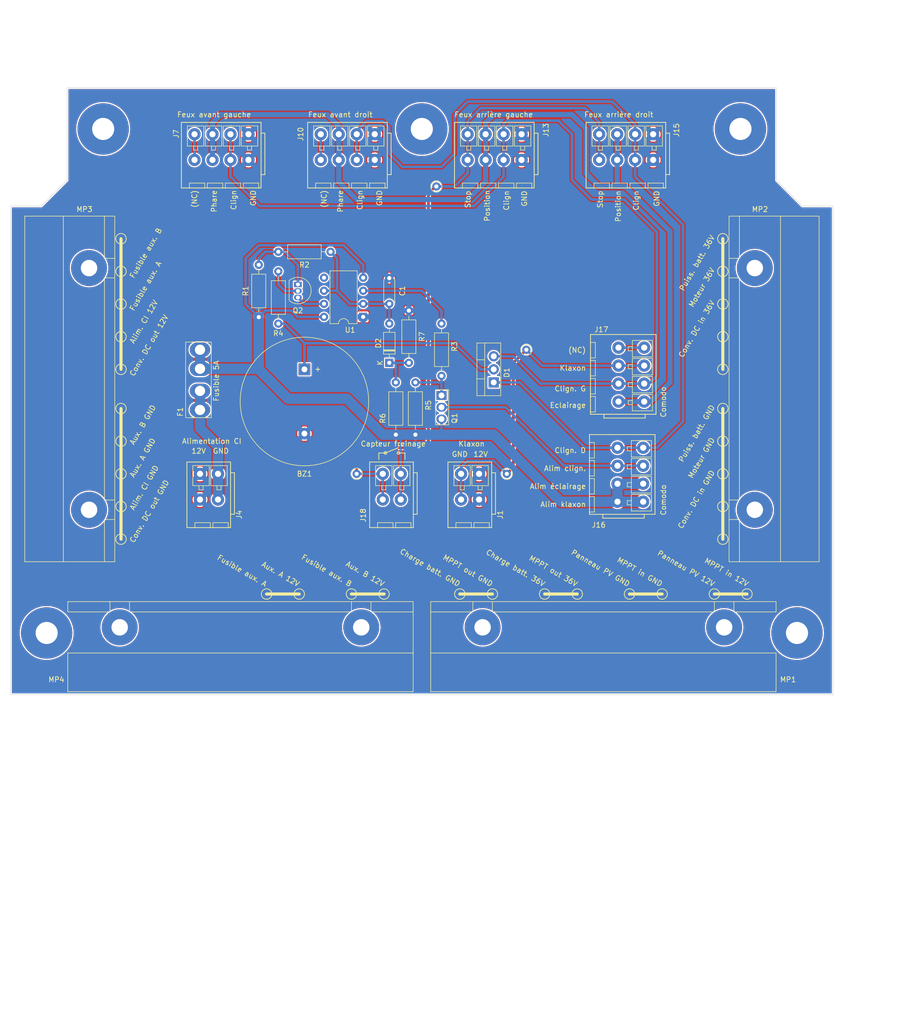
<source format=kicad_pcb>
(kicad_pcb (version 20211014) (generator pcbnew)

  (general
    (thickness 1.6)
  )

  (paper "A4")
  (layers
    (0 "F.Cu" signal)
    (31 "B.Cu" signal)
    (32 "B.Adhes" user "B.Adhesive")
    (33 "F.Adhes" user "F.Adhesive")
    (34 "B.Paste" user)
    (35 "F.Paste" user)
    (36 "B.SilkS" user "B.Silkscreen")
    (37 "F.SilkS" user "F.Silkscreen")
    (38 "B.Mask" user)
    (39 "F.Mask" user)
    (40 "Dwgs.User" user "User.Drawings")
    (41 "Cmts.User" user "User.Comments")
    (42 "Eco1.User" user "User.Eco1")
    (43 "Eco2.User" user "User.Eco2")
    (44 "Edge.Cuts" user)
    (45 "Margin" user)
    (46 "B.CrtYd" user "B.Courtyard")
    (47 "F.CrtYd" user "F.Courtyard")
    (48 "B.Fab" user)
    (49 "F.Fab" user)
    (50 "User.1" user)
    (51 "User.2" user)
    (52 "User.3" user)
    (53 "User.4" user)
    (54 "User.5" user)
    (55 "User.6" user)
    (56 "User.7" user)
    (57 "User.8" user)
    (58 "User.9" user)
  )

  (setup
    (stackup
      (layer "F.SilkS" (type "Top Silk Screen"))
      (layer "F.Paste" (type "Top Solder Paste"))
      (layer "F.Mask" (type "Top Solder Mask") (thickness 0.01))
      (layer "F.Cu" (type "copper") (thickness 0.035))
      (layer "dielectric 1" (type "core") (thickness 1.51) (material "FR4") (epsilon_r 4.5) (loss_tangent 0.02))
      (layer "B.Cu" (type "copper") (thickness 0.035))
      (layer "B.Mask" (type "Bottom Solder Mask") (thickness 0.01))
      (layer "B.Paste" (type "Bottom Solder Paste"))
      (layer "B.SilkS" (type "Bottom Silk Screen"))
      (copper_finish "None")
      (dielectric_constraints no)
    )
    (pad_to_mask_clearance 0)
    (pcbplotparams
      (layerselection 0x00010e0_ffffffff)
      (disableapertmacros false)
      (usegerberextensions false)
      (usegerberattributes true)
      (usegerberadvancedattributes true)
      (creategerberjobfile true)
      (svguseinch false)
      (svgprecision 6)
      (excludeedgelayer true)
      (plotframeref false)
      (viasonmask false)
      (mode 1)
      (useauxorigin false)
      (hpglpennumber 1)
      (hpglpenspeed 20)
      (hpglpendiameter 15.000000)
      (dxfpolygonmode true)
      (dxfimperialunits true)
      (dxfusepcbnewfont true)
      (psnegative false)
      (psa4output false)
      (plotreference true)
      (plotvalue true)
      (plotinvisibletext false)
      (sketchpadsonfab false)
      (subtractmaskfromsilk false)
      (outputformat 1)
      (mirror false)
      (drillshape 0)
      (scaleselection 1)
      (outputdirectory "")
    )
  )

  (net 0 "")
  (net 1 "GND")
  (net 2 "Net-(F1-Pad2)")
  (net 3 "Net-(D1-Pad1)")
  (net 4 "unconnected-(J7-Pad4)")
  (net 5 "unconnected-(J10-Pad4)")
  (net 6 "/Phares")
  (net 7 "Net-(J13-Pad4)")
  (net 8 "Net-(J1-Pad2)")
  (net 9 "/Flasher/Out")
  (net 10 "unconnected-(J17-Pad4)")
  (net 11 "/12V_5A")
  (net 12 "Net-(Q1-Pad1)")
  (net 13 "Net-(C1-Pad1)")
  (net 14 "Net-(D1-Pad3)")
  (net 15 "Net-(Q2-Pad1)")
  (net 16 "unconnected-(U1-Pad5)")
  (net 17 "Net-(Q2-Pad2)")
  (net 18 "/Flasher/Enable")
  (net 19 "Net-(Q2-Pad3)")
  (net 20 "Net-(R3-Pad1)")
  (net 21 "Net-(D2-Pad1)")

  (footprint "circuit:Wago_221-500_SplicingConnectorHolder" (layer "F.Cu") (at 95.25 82.55 90))

  (footprint "circuit:MountingHole_5mm" (layer "F.Cu") (at 87 130))

  (footprint "circuit:Buzzer_25x16_12.5" (layer "F.Cu") (at 137.16 78.74 -90))

  (footprint "circuit:Wago_221-500_SplicingConnectorHolder" (layer "F.Cu") (at 124.714 128.905 180))

  (footprint "circuit:Multicomp_MCCQ-122" (layer "F.Cu") (at 116.84 74.93 -90))

  (footprint "circuit:TerminalBlock_Wago_2601-3102_1x02_P3.50mm_Vertical" (layer "F.Cu") (at 120.340003 104.06 180))

  (footprint "Resistor_THT:R_Axial_DIN0207_L6.3mm_D2.5mm_P10.16mm_Horizontal" (layer "F.Cu") (at 163.83 69.85 -90))

  (footprint "circuit:MountingHole_5mm" (layer "F.Cu") (at 98 32))

  (footprint "circuit:TerminalBlock_Wago_2601-3104_1x04_P3.50mm_Vertical" (layer "F.Cu") (at 179.410004 38.02 180))

  (footprint "Package_DIP:DIP-8_W7.62mm" (layer "F.Cu") (at 148.59 68.54 180))

  (footprint "circuit:Strap_D2.0mm_Drill1.0mm" (layer "F.Cu") (at 176.53 99.06))

  (footprint "circuit:TerminalBlock_Wago_2601-3104_1x04_P3.50mm_Vertical" (layer "F.Cu") (at 205.010004 38.02 180))

  (footprint "circuit:MountingHole_5mm" (layer "F.Cu") (at 222 32))

  (footprint "circuit:TO-220-3_Vertical" (layer "F.Cu") (at 173.99 81.28 90))

  (footprint "Package_TO_SOT_THT:TO-92L_Inline" (layer "F.Cu") (at 135.89 62.23 -90))

  (footprint "circuit:TerminalBlock_Wago_2601-3104_1x04_P3.50mm_Vertical" (layer "F.Cu") (at 126.270004 38.02 180))

  (footprint "Resistor_THT:R_Axial_DIN0207_L6.3mm_D2.5mm_P10.16mm_Horizontal" (layer "F.Cu") (at 157.48 77.47 90))

  (footprint "circuit:TerminalBlock_Wago_2601-3104_1x04_P3.50mm_Vertical" (layer "F.Cu") (at 198.07 104.480004 90))

  (footprint "Resistor_THT:R_Axial_DIN0207_L6.3mm_D2.5mm_P10.16mm_Horizontal" (layer "F.Cu") (at 158.75 91.44 90))

  (footprint "circuit:Wago_221-500_SplicingConnectorHolder" (layer "F.Cu") (at 224.79 82.55 -90))

  (footprint "Resistor_THT:R_Axial_DIN0207_L6.3mm_D2.5mm_P10.16mm_Horizontal" (layer "F.Cu") (at 132.08 59.69 -90))

  (footprint "circuit:MountingHole_5mm" (layer "F.Cu") (at 160 32))

  (footprint "Resistor_THT:R_Axial_DIN0207_L6.3mm_D2.5mm_P10.16mm_Horizontal" (layer "F.Cu") (at 154.94 91.44 90))

  (footprint "circuit:Strap_D2.0mm_Drill1.0mm" (layer "F.Cu") (at 147.32 99.06))

  (footprint "Resistor_THT:R_Axial_DIN0207_L6.3mm_D2.5mm_P10.16mm_Horizontal" (layer "F.Cu") (at 128.27 68.58 90))

  (footprint "Resistor_THT:R_Axial_DIN0207_L6.3mm_D2.5mm_P10.16mm_Horizontal" (layer "F.Cu") (at 132.08 55.88))

  (footprint "circuit:Strap_D2.0mm_Drill1.0mm" (layer "F.Cu") (at 180.34 74.93))

  (footprint "Capacitor_THT:C_Disc_D4.3mm_W1.9mm_P5.00mm" (layer "F.Cu") (at 153.67 66 90))

  (footprint "circuit:Strap_D2.0mm_Drill1.0mm" (layer "F.Cu") (at 162.83 43.18))

  (footprint "circuit:TerminalBlock_Wago_2601-3102_1x02_P3.50mm_Vertical" (layer "F.Cu") (at 171.140003 104.06 180))

  (footprint "circuit:Wago_221-500_SplicingConnectorHolder" (layer "F.Cu") (at 195.326 128.905 180))

  (footprint "circuit:TerminalBlock_Wago_2601-3102_1x02_P3.50mm_Vertical" (layer "F.Cu") (at 155.900003 104.06 180))

  (footprint "circuit:TerminalBlock_Wago_2601-3104_1x04_P3.50mm_Vertical" (layer "F.Cu") (at 198.2698 85.014998 90))

  (footprint "circuit:TO-251-3_Vertical" (layer "F.Cu") (at 163.83 83.82 -90))

  (footprint "circuit:MountingHole_5mm" (layer "F.Cu") (at 233 130))

  (footprint "circuit:TerminalBlock_Wago_2601-3104_1x04_P3.50mm_Vertical" (layer "F.Cu") (at 150.835004 38.02 180))

  (footprint "Diode_THT:D_DO-35_SOD27_P7.62mm_Horizontal" (layer "F.Cu") (at 153.67 77.47 90))

  (gr_circle (center 218.567 53.34) (end 218.567 54.356) (layer "F.SilkS") (width 0.15) (fill none) (tstamp 00cc452e-ba96-4e88-af55-18733b4ebc37))
  (gr_line (start 152.908 94.996) (end 155.448 93.98) (layer "F.SilkS") (width 0.15) (tstamp 037ebb6b-c1e3-482d-a0fb-4947fbe14174))
  (gr_circle (center 223.266 122.428) (end 224.282 122.428) (layer "F.SilkS") (width 0.15) (fill none) (tstamp 055fcf87-c6aa-4d3a-b430-5d09e34b74e5))
  (gr_circle (center 101.473 92.71) (end 101.473 93.726) (layer "F.SilkS") (width 0.15) (fill none) (tstamp 0b32eb5e-cf7d-4f91-a80b-b69cb363145f))
  (gr_circle (center 101.473 66.04) (end 101.473 67.056) (layer "F.SilkS") (width 0.15) (fill none) (tstamp 0d55e7a3-dc43-43c6-9a9a-2009d8d31a46))
  (gr_circle (center 218.567 111.76) (end 218.567 112.776) (layer "F.SilkS") (width 0.15) (fill none) (tstamp 0e0ef8f7-8f11-42c6-a45f-df3b4592f844))
  (gr_circle (center 101.473 86.36) (end 101.473 87.376) (layer "F.SilkS") (width 0.15) (fill none) (tstamp 1c60a30a-615f-448b-a49b-d8cc700366e8))
  (gr_circle (center 218.567 66.04) (end 218.567 67.056) (layer "F.SilkS") (width 0.15) (fill none) (tstamp 1eb217a3-880e-4df2-9811-286c14ac7f74))
  (gr_circle (center 101.473 59.69) (end 101.473 60.706) (layer "F.SilkS") (width 0.15) (fill none) (tstamp 21c33e54-0519-410a-b68d-8ed076ea3b1e))
  (gr_circle (center 218.567 105.41) (end 218.567 106.426) (layer "F.SilkS") (width 0.15) (fill none) (tstamp 22f715ec-100a-4c8e-ab3e-fe94307aa39f))
  (gr_line (start 151.638 94.996) (end 152.908 94.996) (layer "F.SilkS") (width 0.15) (tstamp 2665a517-cfa8-4700-85c7-f742ee9f908d))
  (gr_line (start 218.567 111.76) (end 218.567 86.36) (layer "F.SilkS") (width 0.6) (tstamp 267ab17e-424b-4c5b-bf96-65deaaa5db5d))
  (gr_line (start 167.386 122.428) (end 173.736 122.428) (layer "F.SilkS") (width 0.6) (tstamp 276e2239-1b6d-4c52-a207-9385ed3216ee))
  (gr_circle (center 200.406 122.428) (end 200.406 123.444) (layer "F.SilkS") (width 0.15) (fill none) (tstamp 30a29d66-4141-4259-8081-d6952d8bac58))
  (gr_line (start 151.638 96.266) (end 151.638 94.996) (layer "F.SilkS") (width 0.15) (tstamp 317163f5-2dcf-44f7-ad22-042c6ecaf6a0))
  (gr_circle (center 218.567 86.36) (end 218.567 87.376) (layer "F.SilkS") (width 0.15) (fill none) (tstamp 3415d0f1-a5ec-4da2-977b-59cdf177a34e))
  (gr_circle (center 152.908 94.996) (end 152.908 95.25) (layer "F.SilkS") (width 0.15) (fill none) (tstamp 3ba68855-4f8b-4d02-b57a-7a757e623ac6))
  (gr_line (start 156.718 96.266) (end 156.718 94.996) (layer "F.SilkS") (width 0.15) (tstamp 4884cbfa-0b58-4e04-88a2-8b0679a49cfe))
  (gr_circle (center 173.736 122.428) (end 174.752 122.428) (layer "F.SilkS") (width 0.15) (fill none) (tstamp 4ae8d5b6-ac5e-42d2-b8f3-c8cc021daa80))
  (gr_circle (center 101.473 72.39) (end 101.473 73.406) (layer "F.SilkS") (width 0.15) (fill none) (tstamp 51e3ee0a-facb-4db4-9532-340a50f8f1f2))
  (gr_circle (center 206.756 122.428) (end 207.772 122.428) (layer "F.SilkS") (width 0.15) (fill none) (tstamp 556aaf9d-07f6-43f6-8fc0-4e9785c941f1))
  (gr_circle (center 101.473 111.76) (end 101.473 112.776) (layer "F.SilkS") (width 0.15) (fill none) (tstamp 5bf0cce5-0f16-48e1-8027-73d52d0770a7))
  (gr_line (start 155.448 94.996) (end 156.718 94.996) (layer "F.SilkS") (width 0.15) (tstamp 64594d5f-3d87-4b12-b761-9dd43370d25f))
  (gr_line (start 101.473 111.76) (end 101.473 86.36) (layer "F.SilkS") (width 0.6) (tstamp 6880ab3e-a6aa-4a14-9152-a9eb9358d1fc))
  (gr_circle (center 152.654 122.428) (end 153.67 122.428) (layer "F.SilkS") (width 0.15) (fill none) (tstamp 6a0bff84-e9d8-41a3-aabe-ad4db7905799))
  (gr_circle (center 155.448 94.996) (end 155.448 95.25) (layer "F.SilkS") (width 0.15) (fill none) (tstamp 70832878-fccb-4304-88d0-2e6b8d58c95c))
  (gr_line (start 129.794 122.428) (end 136.144 122.428) (layer "F.SilkS") (width 0.6) (tstamp 762ff740-3b01-4bc8-872a-9874ec8e35e1))
  (gr_circle (center 218.567 72.39) (end 218.567 73.406) (layer "F.SilkS") (width 0.15) (fill none) (tstamp 82d429c8-e93d-4f0a-b38e-c4998fc025d4))
  (gr_circle (center 218.567 99.06) (end 218.567 100.076) (layer "F.SilkS") (width 0.15) (fill none) (tstamp 8c73b2a6-3a37-44e3-a20a-4d59420eda58))
  (gr_circle (center 136.144 122.428) (end 137.16 122.428) (layer "F.SilkS") (width 0.15) (fill none) (tstamp 8c76b169-ab5a-4294-b011-8cc6dbfede52))
  (gr_line (start 146.304 122.428) (end 152.654 122.428) (layer "F.SilkS") (width 0.6) (tstamp 91be0c4d-31d3-4e82-bf1f-77f12a0724d3))
  (gr_circle (center 101.473 78.74) (end 101.473 79.756) (layer "F.SilkS") (width 0.15) (fill none) (tstamp 92debe54-aa60-4d78-93c4-7bed450025c3))
  (gr_circle (center 183.896 122.428) (end 183.896 123.444) (layer "F.SilkS") (width 0.15) (fill none) (tstamp 9e269d91-7d17-4c00-b467-153271320d02))
  (gr_line (start 200.406 122.428) (end 206.756 122.428) (layer "F.SilkS") (width 0.6) (tstamp 9f5f49d5-5120-4673-b032-f8b828707780))
  (gr_circle (center 218.567 78.74) (end 218.567 79.756) (layer "F.SilkS") (width 0.15) (fill none) (tstamp ae522db0-de0e-46c6-a5db-2a3e5dc1e2c8))
  (gr_line (start 183.896 122.428) (end 190.246 122.428) (layer "F.SilkS") (width 0.6) (tstamp b9dd1e64-81b6-4cb3-a41a-714927a1f651))
  (gr_line (start 216.916 122.428) (end 223.266 122.428) (layer "F.SilkS") (width 0.6) (tstamp bd1578a3-4a14-4bd9-bd84-0de04e146746))
  (gr_line (start 218.567 78.74) (end 218.567 53.34) (layer "F.SilkS") (width 0.6) (tstamp c385224b-423f-40f8-919d-7bb5706505b4))
  (gr_circle (center 101.473 53.34) (end 101.473 54.356) (layer "F.SilkS") (width 0.15) (fill none) (tstamp c52275f8-949a-4fec-91e2-a5d4834b2abf))
  (gr_circle (center 190.246 122.428) (end 191.262 122.428) (layer "F.SilkS") (width 0.15) (fill none) (tstamp c623ebf3-b72b-47a6-99f0-44d878243028))
  (gr_circle (center 146.304 122.428) (end 146.304 123.444) (layer "F.SilkS") (width 0.15) (fill none) (tstamp d76ff1a7-35b0-4008-84bc-2c8ee966a14c))
  (gr_circle (center 218.567 92.71) (end 218.567 93.726) (layer "F.SilkS") (width 0.15) (fill none) (tstamp dd06bd11-c251-457b-b962-c3f96bc19116))
  (gr_circle (center 101.473 105.41) (end 101.473 106.426) (layer "F.SilkS") (width 0.15) (fill none) (tstamp e0a52752-2d8f-477c-9516-b9400a50c85b))
  (gr_line (start 101.473 78.74) (end 101.473 53.34) (layer "F.SilkS") (width 0.6) (tstamp e16a7896-6132-41a2-88b1-6a30824e02f1))
  (gr_circle (center 218.567 59.69) (end 218.567 60.706) (layer "F.SilkS") (width 0.15) (fill none) (tstamp e613b6cd-fa9d-4fee-b77c-739df61b24e7))
  (gr_circle (center 129.794 122.428) (end 129.794 123.444) (layer "F.SilkS") (width 0.15) (fill none) (tstamp ec541a50-51a5-45b4-bd93-6dc3c5da4675))
  (gr_circle (center 167.386 122.428) (end 167.386 123.444) (layer "F.SilkS") (width 0.15) (fill none) (tstamp f896295d-a092-487a-b396-fb2265acf685))
  (gr_circle (center 216.916 122.428) (end 216.916 123.444) (layer "F.SilkS") (width 0.15) (fill none) (tstamp f96da55c-37fd-441a-97cf-2faa4effb06f))
  (gr_circle (center 101.473 99.06) (end 101.473 100.076) (layer "F.SilkS") (width 0.15) (fill none) (tstamp ff786ef8-333e-498b-b6d9-09fa2cc3b86f))
  (gr_line (start 80 142) (end 240 142) (layer "Edge.Cuts") (width 0.1) (tstamp 0653d88d-1431-47ec-b679-ea373d096b5c))
  (gr_line (start 91 42) (end 86 47) (layer "Edge.Cuts") (width 0.1) (tstamp 20031590-d6a9-4d4d-aeb2-12d6c03d848d))
  (gr_line (start 80 47) (end 80 142) (layer "Edge.Cuts") (width 0.1) (tstamp 309b270e-f689-4205-9d34-2966e857793a))
  (gr_line (start 86 47) (end 80 47) (layer "Edge.Cuts") (width 0.1) (tstamp 67fc2518-2259-460f-b3b5-dc49255b47ce))
  (gr_line (start 240 142) (end 240 47) (layer "Edge.Cuts") (width 0.1) (tstamp 835448c7-ec80-4766-a6c1-a5a582a55684))
  (gr_line (start 229 42) (end 229 24) (layer "Edge.Cuts") (width 0.1) (tstamp bc28053b-c624-471c-bafd-fe221ed3a78b))
  (gr_line (start 240 47) (end 234 47) (layer "Edge.Cuts") (width 0.1) (tstamp dc7f8437-4519-40a8-853e-b8c64fff5080))
  (gr_line (start 234 47) (end 229 42) (layer "Edge.Cuts") (width 0.1) (tstamp df39f544-6a68-4dec-9837-3610e712e7fc))
  (gr_line (start 91 24) (end 91 42) (layer "Edge.Cuts") (width 0.1) (tstamp e7d07347-8f92-4757-b77d-096737c09350))
  (gr_line (start 229 24) (end 91 24) (layer "Edge.Cuts") (width 0.1) (tstamp f1732b78-e412-478b-a411-26b6d186de6e))
  (gr_circle (center 87 155) (end 91.25 155) (layer "User.1") (width 0.15) (fill none) (tstamp 0f5c4b30-c0ff-4ea9-8609-d16608af6988))
  (gr_circle (center 135 32) (end 137.5 32) (layer "User.1") (width 0.15) (fill none) (tstamp 0f919cdd-a5f3-4b85-a8b8-f7065671d670))
  (gr_circle (center 87 155) (end 89.5 155) (layer "User.1") (width 0.15) (fill none) (tstamp 1187039d-a799-4aed-80bb-8527df2487de))
  (gr_line (start 242 43) (end 242 163) (layer "User.1") (width 0.15) (tstamp 1239a899-2d86-437c-a7c6-a45c750b797b))
  (gr_arc (start 207 61) (mid 200 68) (end 193 61) (layer "User.1") (width 0.15) (tstamp 19cedc73-39dd-45d0-ae7f-105d2c115b1e))
  (gr_circle (center 233 105) (end 235.5 105) (layer "User.1") (width 0.15) (fill none) (tstamp 1a01cc57-ad0b-4768-9efd-187cae7f663b))
  (gr_line (start 90 21) (end 90 36) (layer "User.1") (width 0.15) (tstamp 1a205cc7-d510-4f63-9e52-660d5e978809))
  (gr_circle (center 87 105) (end 91.25 105) (layer "User.1") (width 0.15) (fill none) (tstamp 1a78e0d8-e7a6-4444-9d43-305bebf0cf56))
  (gr_circle (center 160 32) (end 162.5 32) (layer "User.1") (width 0.15) (fill none) (tstamp 264f73fc-8dd8-4ffe-b620-caf2bcdd322e))
  (gr_circle (center 222 32) (end 224.5 32) (layer "User.1") (width 0.15) (fill none) (tstamp 2b112852-55b9-41a2-a3ef-e24676023acd))
  (gr_circle (center 87 180) (end 91.25 180) (layer "User.1") (width 0.15) (fill none) (tstamp 4204a84a-3d76-439d-8018-f4a035974e78))
  (gr_circle (center 87 130) (end 91.25 130) (layer "User.1") (width 0.15) (fill none) (tstamp 44005962-93be-4e03-8c07-87281a28b9fb))
  (gr_line (start 113 61) (end 113 55) (layer "User.1") (width 0.15) (tstamp 486936d5-07fe-4338-a7d3-4884516399c8))
  (gr_line (start 83 43) (end 78 43) (layer "User.1") (width 0.15) (tstamp 48e1d1b8-ab30-404d-aefc-b1a414460db6))
  (gr_line (start 78 43) (end 78 188) (layer "User.1") (width 0.15) (tstamp 4a3f2107-acc7-4455-bbbc-54a90e7549f4))
... [957494 chars truncated]
</source>
